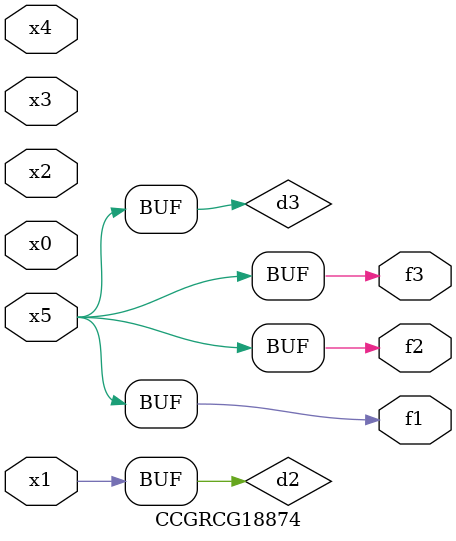
<source format=v>
module CCGRCG18874(
	input x0, x1, x2, x3, x4, x5,
	output f1, f2, f3
);

	wire d1, d2, d3;

	not (d1, x5);
	or (d2, x1);
	xnor (d3, d1);
	assign f1 = d3;
	assign f2 = d3;
	assign f3 = d3;
endmodule

</source>
